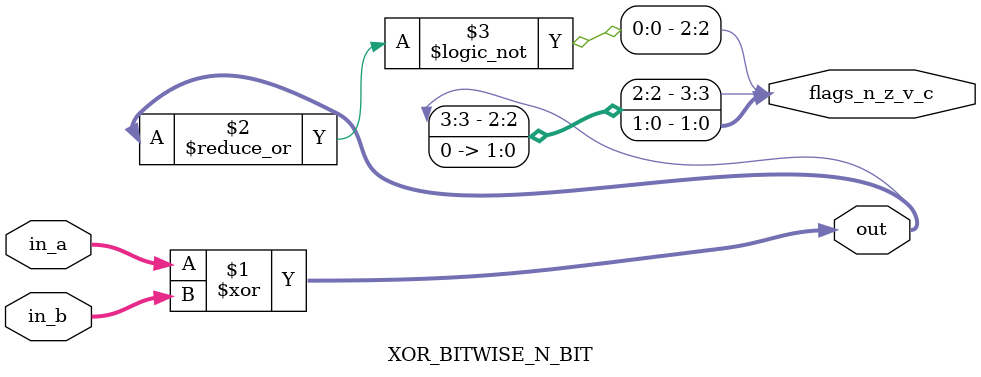
<source format=v>
module XOR_BITWISE_N_BIT(flags_n_z_v_c, out, in_a, in_b);
	parameter size = 4;
	input [size-1:0] in_a, in_b;
	output [size-1:0] out;
	output [3:0] flags_n_z_v_c; // Negative, Zero, Overflow Carry


	assign out = in_a ^ in_b;
	assign flags_n_z_v_c[3] = out[size-1]; 	// Negative checks first bit
	assign flags_n_z_v_c[2] = ~|out;		// Zero Or's all bits
	assign flags_n_z_v_c[1] = 1'b0;			// Overflow Won't be set for ORing
	assign flags_n_z_v_c[0] = 1'b0;			// Carry Won't be set for ORing


endmodule
</source>
